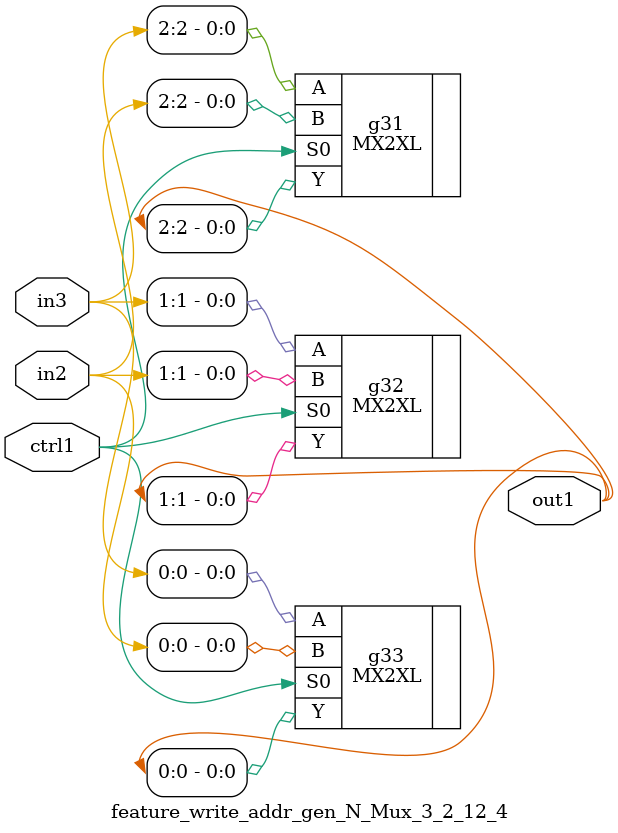
<source format=v>
`timescale 1ps / 1ps


module feature_write_addr_gen_N_Mux_3_2_12_4(in3, in2, ctrl1, out1);
  input [2:0] in3, in2;
  input ctrl1;
  output [2:0] out1;
  wire [2:0] in3, in2;
  wire ctrl1;
  wire [2:0] out1;
  MX2XL g31(.A (in3[2]), .B (in2[2]), .S0 (ctrl1), .Y (out1[2]));
  MX2XL g32(.A (in3[1]), .B (in2[1]), .S0 (ctrl1), .Y (out1[1]));
  MX2XL g33(.A (in3[0]), .B (in2[0]), .S0 (ctrl1), .Y (out1[0]));
endmodule



</source>
